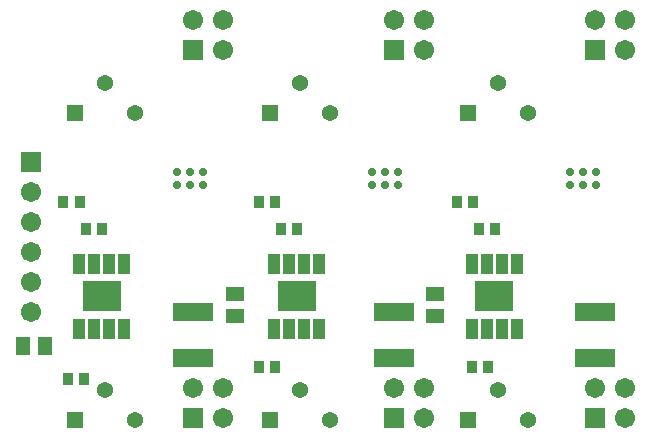
<source format=gbs>
G04*
G04 #@! TF.GenerationSoftware,Altium Limited,Altium Designer,18.0.9 (584)*
G04*
G04 Layer_Color=16711935*
%FSLAX43Y43*%
%MOMM*%
G71*
G01*
G75*
%ADD16R,0.923X1.083*%
%ADD18R,1.603X1.253*%
%ADD19R,1.003X1.703*%
%ADD20R,3.303X2.613*%
%ADD21C,1.371*%
%ADD22R,1.371X1.371*%
%ADD23C,1.703*%
%ADD24R,1.703X1.703*%
%ADD25R,1.703X1.703*%
%ADD26C,0.703*%
%ADD41R,1.253X1.603*%
%ADD42R,3.453X1.503*%
D16*
X9790Y18250D02*
D03*
X8410D02*
D03*
X8240Y5550D02*
D03*
X6860D02*
D03*
X7890Y20500D02*
D03*
X6510D02*
D03*
X26290Y18250D02*
D03*
X24910D02*
D03*
X24440Y6500D02*
D03*
X23060D02*
D03*
X24440Y20500D02*
D03*
X23060D02*
D03*
X43065Y18250D02*
D03*
X41685D02*
D03*
X41060Y6500D02*
D03*
X42440D02*
D03*
X41190Y20500D02*
D03*
X39810D02*
D03*
D18*
X21000Y12675D02*
D03*
Y10825D02*
D03*
X38000Y12675D02*
D03*
Y10825D02*
D03*
D19*
X7845Y15250D02*
D03*
X9115D02*
D03*
X10385D02*
D03*
X11655D02*
D03*
X7845Y9750D02*
D03*
X9115D02*
D03*
X10385D02*
D03*
X11655D02*
D03*
X24345Y15250D02*
D03*
X25615D02*
D03*
X26885D02*
D03*
X28155D02*
D03*
X24345Y9750D02*
D03*
X25615D02*
D03*
X26885D02*
D03*
X28155D02*
D03*
X41095Y15250D02*
D03*
X42365D02*
D03*
X43635D02*
D03*
X44905D02*
D03*
X41095Y9750D02*
D03*
X42365D02*
D03*
X43635D02*
D03*
X44905D02*
D03*
D20*
X9750Y12500D02*
D03*
X26250Y12500D02*
D03*
X43000D02*
D03*
D21*
X43290Y4540D02*
D03*
X45830Y2000D02*
D03*
X12580Y28000D02*
D03*
X10040Y30540D02*
D03*
X26540Y4540D02*
D03*
X29080Y2000D02*
D03*
X10040Y4540D02*
D03*
X12580Y2000D02*
D03*
X26540Y30540D02*
D03*
X29080Y28000D02*
D03*
X43290Y30540D02*
D03*
X45830Y28000D02*
D03*
D22*
X40750Y2000D02*
D03*
X7500Y28000D02*
D03*
X24000Y2000D02*
D03*
X7500Y2000D02*
D03*
X24000Y28000D02*
D03*
X40750D02*
D03*
D23*
X20040Y4727D02*
D03*
Y2187D02*
D03*
X17500Y4727D02*
D03*
X54040Y4727D02*
D03*
Y2187D02*
D03*
X51500Y4727D02*
D03*
X37040D02*
D03*
Y2187D02*
D03*
X34500Y4727D02*
D03*
X54040Y35890D02*
D03*
Y33350D02*
D03*
X51500Y35890D02*
D03*
X37040D02*
D03*
Y33350D02*
D03*
X34500Y35890D02*
D03*
X20040D02*
D03*
Y33350D02*
D03*
X17500Y35890D02*
D03*
X3750Y21310D02*
D03*
Y18770D02*
D03*
Y16230D02*
D03*
Y13690D02*
D03*
Y11150D02*
D03*
D24*
X17500Y2187D02*
D03*
X51500Y2187D02*
D03*
X34500D02*
D03*
X51500Y33350D02*
D03*
X34500D02*
D03*
X17500D02*
D03*
D25*
X3750Y23850D02*
D03*
D26*
X10850Y13050D02*
D03*
X9750D02*
D03*
X41900Y11950D02*
D03*
X43000Y13050D02*
D03*
Y11950D02*
D03*
X25150D02*
D03*
X10850Y11950D02*
D03*
X9750D02*
D03*
X8650D02*
D03*
X16150Y23050D02*
D03*
X17250D02*
D03*
X32650Y21950D02*
D03*
Y23050D02*
D03*
X33750Y21950D02*
D03*
Y23050D02*
D03*
X34850Y21950D02*
D03*
Y23050D02*
D03*
X16150Y21950D02*
D03*
X17250D02*
D03*
X18350D02*
D03*
Y23050D02*
D03*
X8650Y13050D02*
D03*
X25150Y13050D02*
D03*
X26250D02*
D03*
Y11950D02*
D03*
X27350Y13050D02*
D03*
Y11950D02*
D03*
X41900Y13050D02*
D03*
X44100D02*
D03*
Y11950D02*
D03*
X49400Y21950D02*
D03*
Y23050D02*
D03*
X50500Y21950D02*
D03*
Y23050D02*
D03*
X51600Y21950D02*
D03*
Y23050D02*
D03*
D41*
X4925Y8300D02*
D03*
X3075D02*
D03*
D42*
X51500Y11200D02*
D03*
Y7300D02*
D03*
X34500Y11200D02*
D03*
Y7300D02*
D03*
X17500Y11200D02*
D03*
Y7300D02*
D03*
M02*

</source>
